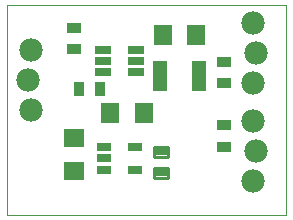
<source format=gts>
G75*
%MOIN*%
%OFA0B0*%
%FSLAX25Y25*%
%IPPOS*%
%LPD*%
%AMOC8*
5,1,8,0,0,1.08239X$1,22.5*
%
%ADD10C,0.00000*%
%ADD11R,0.03550X0.05124*%
%ADD12R,0.05912X0.06699*%
%ADD13R,0.05124X0.10243*%
%ADD14C,0.07800*%
%ADD15R,0.05124X0.03550*%
%ADD16R,0.05715X0.02565*%
%ADD17R,0.05124X0.03117*%
%ADD18C,0.01100*%
%ADD19R,0.06699X0.05912*%
D10*
X0006800Y0006800D02*
X0006800Y0076761D01*
X0099751Y0076761D01*
X0099751Y0006800D01*
X0006800Y0006800D01*
D11*
X0030757Y0048550D03*
X0037843Y0048550D03*
D12*
X0041288Y0040550D03*
X0052312Y0040550D03*
X0058788Y0066800D03*
X0069812Y0066800D03*
D13*
X0070796Y0053050D03*
X0057804Y0053050D03*
D14*
X0088800Y0050550D03*
X0089800Y0060550D03*
X0088800Y0070550D03*
X0088800Y0038050D03*
X0089800Y0028050D03*
X0088800Y0018050D03*
X0014800Y0041800D03*
X0013800Y0051800D03*
X0014800Y0061800D03*
D15*
X0029300Y0062007D03*
X0029300Y0069093D03*
X0079300Y0057843D03*
X0079300Y0050757D03*
X0079300Y0036593D03*
X0079300Y0029507D03*
D16*
X0049714Y0054310D03*
X0049714Y0058050D03*
X0049714Y0061790D03*
X0038886Y0061790D03*
X0038886Y0058050D03*
X0038886Y0054310D03*
D17*
X0039181Y0029290D03*
X0039181Y0025550D03*
X0039181Y0021810D03*
X0049419Y0021810D03*
X0049419Y0029290D03*
D18*
X0055650Y0029450D02*
X0055650Y0026150D01*
X0055650Y0029450D02*
X0060450Y0029450D01*
X0060450Y0026150D01*
X0055650Y0026150D01*
X0055650Y0027249D02*
X0060450Y0027249D01*
X0060450Y0028348D02*
X0055650Y0028348D01*
X0055650Y0029447D02*
X0060450Y0029447D01*
X0055650Y0022450D02*
X0055650Y0019150D01*
X0055650Y0022450D02*
X0060450Y0022450D01*
X0060450Y0019150D01*
X0055650Y0019150D01*
X0055650Y0020249D02*
X0060450Y0020249D01*
X0060450Y0021348D02*
X0055650Y0021348D01*
X0055650Y0022447D02*
X0060450Y0022447D01*
D19*
X0029300Y0021288D03*
X0029300Y0032312D03*
M02*

</source>
